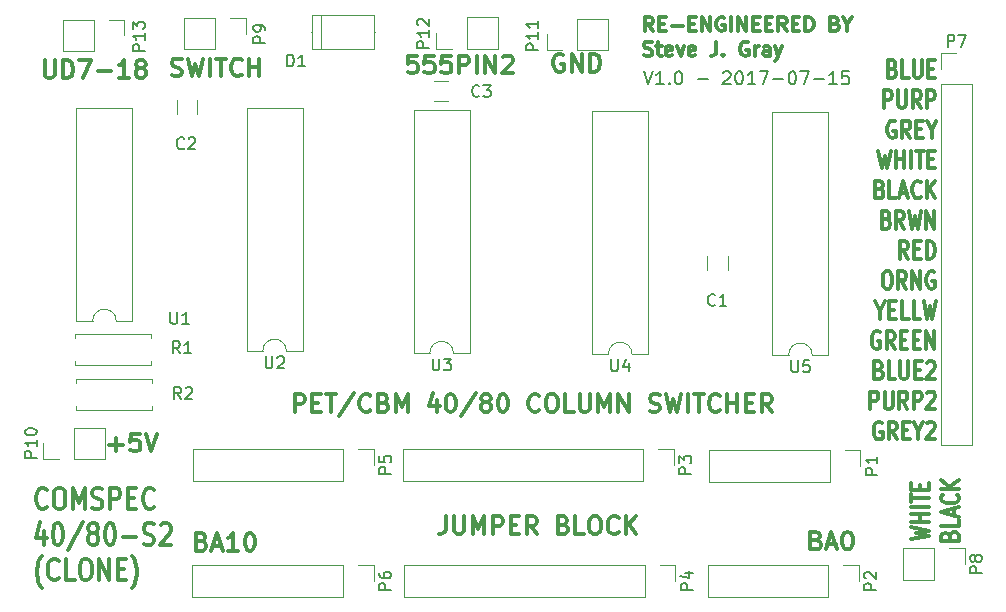
<source format=gto>
G04 #@! TF.FileFunction,Legend,Top*
%FSLAX46Y46*%
G04 Gerber Fmt 4.6, Leading zero omitted, Abs format (unit mm)*
G04 Created by KiCad (PCBNEW 4.0.4-stable) date 07/15/17 23:55:16*
%MOMM*%
%LPD*%
G01*
G04 APERTURE LIST*
%ADD10C,0.100000*%
%ADD11C,0.300000*%
%ADD12C,0.200000*%
%ADD13C,0.120000*%
%ADD14C,0.150000*%
G04 APERTURE END LIST*
D10*
D11*
X133504229Y-97236743D02*
X134647086Y-97236743D01*
X134075657Y-97808171D02*
X134075657Y-96665314D01*
X136075658Y-96308171D02*
X135361372Y-96308171D01*
X135289943Y-97022457D01*
X135361372Y-96951029D01*
X135504229Y-96879600D01*
X135861372Y-96879600D01*
X136004229Y-96951029D01*
X136075658Y-97022457D01*
X136147086Y-97165314D01*
X136147086Y-97522457D01*
X136075658Y-97665314D01*
X136004229Y-97736743D01*
X135861372Y-97808171D01*
X135504229Y-97808171D01*
X135361372Y-97736743D01*
X135289943Y-97665314D01*
X136575657Y-96308171D02*
X137075657Y-97808171D01*
X137575657Y-96308171D01*
X128033201Y-64710571D02*
X128033201Y-65924857D01*
X128104629Y-66067714D01*
X128176058Y-66139143D01*
X128318915Y-66210571D01*
X128604629Y-66210571D01*
X128747487Y-66139143D01*
X128818915Y-66067714D01*
X128890344Y-65924857D01*
X128890344Y-64710571D01*
X129604630Y-66210571D02*
X129604630Y-64710571D01*
X129961773Y-64710571D01*
X130176058Y-64782000D01*
X130318916Y-64924857D01*
X130390344Y-65067714D01*
X130461773Y-65353429D01*
X130461773Y-65567714D01*
X130390344Y-65853429D01*
X130318916Y-65996286D01*
X130176058Y-66139143D01*
X129961773Y-66210571D01*
X129604630Y-66210571D01*
X130961773Y-64710571D02*
X131961773Y-64710571D01*
X131318916Y-66210571D01*
X132533201Y-65639143D02*
X133676058Y-65639143D01*
X135176058Y-66210571D02*
X134318915Y-66210571D01*
X134747487Y-66210571D02*
X134747487Y-64710571D01*
X134604630Y-64924857D01*
X134461772Y-65067714D01*
X134318915Y-65139143D01*
X136033201Y-65353429D02*
X135890343Y-65282000D01*
X135818915Y-65210571D01*
X135747486Y-65067714D01*
X135747486Y-64996286D01*
X135818915Y-64853429D01*
X135890343Y-64782000D01*
X136033201Y-64710571D01*
X136318915Y-64710571D01*
X136461772Y-64782000D01*
X136533201Y-64853429D01*
X136604629Y-64996286D01*
X136604629Y-65067714D01*
X136533201Y-65210571D01*
X136461772Y-65282000D01*
X136318915Y-65353429D01*
X136033201Y-65353429D01*
X135890343Y-65424857D01*
X135818915Y-65496286D01*
X135747486Y-65639143D01*
X135747486Y-65924857D01*
X135818915Y-66067714D01*
X135890343Y-66139143D01*
X136033201Y-66210571D01*
X136318915Y-66210571D01*
X136461772Y-66139143D01*
X136533201Y-66067714D01*
X136604629Y-65924857D01*
X136604629Y-65639143D01*
X136533201Y-65496286D01*
X136461772Y-65424857D01*
X136318915Y-65353429D01*
X138794800Y-65986743D02*
X139009086Y-66058171D01*
X139366229Y-66058171D01*
X139509086Y-65986743D01*
X139580515Y-65915314D01*
X139651943Y-65772457D01*
X139651943Y-65629600D01*
X139580515Y-65486743D01*
X139509086Y-65415314D01*
X139366229Y-65343886D01*
X139080515Y-65272457D01*
X138937657Y-65201029D01*
X138866229Y-65129600D01*
X138794800Y-64986743D01*
X138794800Y-64843886D01*
X138866229Y-64701029D01*
X138937657Y-64629600D01*
X139080515Y-64558171D01*
X139437657Y-64558171D01*
X139651943Y-64629600D01*
X140151943Y-64558171D02*
X140509086Y-66058171D01*
X140794800Y-64986743D01*
X141080514Y-66058171D01*
X141437657Y-64558171D01*
X142009086Y-66058171D02*
X142009086Y-64558171D01*
X142509086Y-64558171D02*
X143366229Y-64558171D01*
X142937658Y-66058171D02*
X142937658Y-64558171D01*
X144723372Y-65915314D02*
X144651943Y-65986743D01*
X144437657Y-66058171D01*
X144294800Y-66058171D01*
X144080515Y-65986743D01*
X143937657Y-65843886D01*
X143866229Y-65701029D01*
X143794800Y-65415314D01*
X143794800Y-65201029D01*
X143866229Y-64915314D01*
X143937657Y-64772457D01*
X144080515Y-64629600D01*
X144294800Y-64558171D01*
X144437657Y-64558171D01*
X144651943Y-64629600D01*
X144723372Y-64701029D01*
X145366229Y-66058171D02*
X145366229Y-64558171D01*
X145366229Y-65272457D02*
X146223372Y-65272457D01*
X146223372Y-66058171D02*
X146223372Y-64558171D01*
X159541830Y-64304171D02*
X158827544Y-64304171D01*
X158756115Y-65018457D01*
X158827544Y-64947029D01*
X158970401Y-64875600D01*
X159327544Y-64875600D01*
X159470401Y-64947029D01*
X159541830Y-65018457D01*
X159613258Y-65161314D01*
X159613258Y-65518457D01*
X159541830Y-65661314D01*
X159470401Y-65732743D01*
X159327544Y-65804171D01*
X158970401Y-65804171D01*
X158827544Y-65732743D01*
X158756115Y-65661314D01*
X160970401Y-64304171D02*
X160256115Y-64304171D01*
X160184686Y-65018457D01*
X160256115Y-64947029D01*
X160398972Y-64875600D01*
X160756115Y-64875600D01*
X160898972Y-64947029D01*
X160970401Y-65018457D01*
X161041829Y-65161314D01*
X161041829Y-65518457D01*
X160970401Y-65661314D01*
X160898972Y-65732743D01*
X160756115Y-65804171D01*
X160398972Y-65804171D01*
X160256115Y-65732743D01*
X160184686Y-65661314D01*
X162398972Y-64304171D02*
X161684686Y-64304171D01*
X161613257Y-65018457D01*
X161684686Y-64947029D01*
X161827543Y-64875600D01*
X162184686Y-64875600D01*
X162327543Y-64947029D01*
X162398972Y-65018457D01*
X162470400Y-65161314D01*
X162470400Y-65518457D01*
X162398972Y-65661314D01*
X162327543Y-65732743D01*
X162184686Y-65804171D01*
X161827543Y-65804171D01*
X161684686Y-65732743D01*
X161613257Y-65661314D01*
X163113257Y-65804171D02*
X163113257Y-64304171D01*
X163684685Y-64304171D01*
X163827543Y-64375600D01*
X163898971Y-64447029D01*
X163970400Y-64589886D01*
X163970400Y-64804171D01*
X163898971Y-64947029D01*
X163827543Y-65018457D01*
X163684685Y-65089886D01*
X163113257Y-65089886D01*
X164613257Y-65804171D02*
X164613257Y-64304171D01*
X165327543Y-65804171D02*
X165327543Y-64304171D01*
X166184686Y-65804171D01*
X166184686Y-64304171D01*
X166827543Y-64447029D02*
X166898972Y-64375600D01*
X167041829Y-64304171D01*
X167398972Y-64304171D01*
X167541829Y-64375600D01*
X167613258Y-64447029D01*
X167684686Y-64589886D01*
X167684686Y-64732743D01*
X167613258Y-64947029D01*
X166756115Y-65804171D01*
X167684686Y-65804171D01*
X171932743Y-64223200D02*
X171789886Y-64151771D01*
X171575600Y-64151771D01*
X171361315Y-64223200D01*
X171218457Y-64366057D01*
X171147029Y-64508914D01*
X171075600Y-64794629D01*
X171075600Y-65008914D01*
X171147029Y-65294629D01*
X171218457Y-65437486D01*
X171361315Y-65580343D01*
X171575600Y-65651771D01*
X171718457Y-65651771D01*
X171932743Y-65580343D01*
X172004172Y-65508914D01*
X172004172Y-65008914D01*
X171718457Y-65008914D01*
X172647029Y-65651771D02*
X172647029Y-64151771D01*
X173504172Y-65651771D01*
X173504172Y-64151771D01*
X174218458Y-65651771D02*
X174218458Y-64151771D01*
X174575601Y-64151771D01*
X174789886Y-64223200D01*
X174932744Y-64366057D01*
X175004172Y-64508914D01*
X175075601Y-64794629D01*
X175075601Y-65008914D01*
X175004172Y-65294629D01*
X174932744Y-65437486D01*
X174789886Y-65580343D01*
X174575601Y-65651771D01*
X174218458Y-65651771D01*
X193364801Y-105328257D02*
X193579087Y-105399686D01*
X193650515Y-105471114D01*
X193721944Y-105613971D01*
X193721944Y-105828257D01*
X193650515Y-105971114D01*
X193579087Y-106042543D01*
X193436229Y-106113971D01*
X192864801Y-106113971D01*
X192864801Y-104613971D01*
X193364801Y-104613971D01*
X193507658Y-104685400D01*
X193579087Y-104756829D01*
X193650515Y-104899686D01*
X193650515Y-105042543D01*
X193579087Y-105185400D01*
X193507658Y-105256829D01*
X193364801Y-105328257D01*
X192864801Y-105328257D01*
X194293372Y-105685400D02*
X195007658Y-105685400D01*
X194150515Y-106113971D02*
X194650515Y-104613971D01*
X195150515Y-106113971D01*
X195936229Y-104613971D02*
X196079086Y-104613971D01*
X196221943Y-104685400D01*
X196293372Y-104756829D01*
X196364801Y-104899686D01*
X196436229Y-105185400D01*
X196436229Y-105542543D01*
X196364801Y-105828257D01*
X196293372Y-105971114D01*
X196221943Y-106042543D01*
X196079086Y-106113971D01*
X195936229Y-106113971D01*
X195793372Y-106042543D01*
X195721943Y-105971114D01*
X195650515Y-105828257D01*
X195579086Y-105542543D01*
X195579086Y-105185400D01*
X195650515Y-104899686D01*
X195721943Y-104756829D01*
X195793372Y-104685400D01*
X195936229Y-104613971D01*
X141342515Y-105429857D02*
X141556801Y-105501286D01*
X141628229Y-105572714D01*
X141699658Y-105715571D01*
X141699658Y-105929857D01*
X141628229Y-106072714D01*
X141556801Y-106144143D01*
X141413943Y-106215571D01*
X140842515Y-106215571D01*
X140842515Y-104715571D01*
X141342515Y-104715571D01*
X141485372Y-104787000D01*
X141556801Y-104858429D01*
X141628229Y-105001286D01*
X141628229Y-105144143D01*
X141556801Y-105287000D01*
X141485372Y-105358429D01*
X141342515Y-105429857D01*
X140842515Y-105429857D01*
X142271086Y-105787000D02*
X142985372Y-105787000D01*
X142128229Y-106215571D02*
X142628229Y-104715571D01*
X143128229Y-106215571D01*
X144413943Y-106215571D02*
X143556800Y-106215571D01*
X143985372Y-106215571D02*
X143985372Y-104715571D01*
X143842515Y-104929857D01*
X143699657Y-105072714D01*
X143556800Y-105144143D01*
X145342514Y-104715571D02*
X145485371Y-104715571D01*
X145628228Y-104787000D01*
X145699657Y-104858429D01*
X145771086Y-105001286D01*
X145842514Y-105287000D01*
X145842514Y-105644143D01*
X145771086Y-105929857D01*
X145699657Y-106072714D01*
X145628228Y-106144143D01*
X145485371Y-106215571D01*
X145342514Y-106215571D01*
X145199657Y-106144143D01*
X145128228Y-106072714D01*
X145056800Y-105929857D01*
X144985371Y-105644143D01*
X144985371Y-105287000D01*
X145056800Y-105001286D01*
X145128228Y-104858429D01*
X145199657Y-104787000D01*
X145342514Y-104715571D01*
X149188628Y-94480771D02*
X149188628Y-92980771D01*
X149760056Y-92980771D01*
X149902914Y-93052200D01*
X149974342Y-93123629D01*
X150045771Y-93266486D01*
X150045771Y-93480771D01*
X149974342Y-93623629D01*
X149902914Y-93695057D01*
X149760056Y-93766486D01*
X149188628Y-93766486D01*
X150688628Y-93695057D02*
X151188628Y-93695057D01*
X151402914Y-94480771D02*
X150688628Y-94480771D01*
X150688628Y-92980771D01*
X151402914Y-92980771D01*
X151831485Y-92980771D02*
X152688628Y-92980771D01*
X152260057Y-94480771D02*
X152260057Y-92980771D01*
X154260056Y-92909343D02*
X152974342Y-94837914D01*
X155617200Y-94337914D02*
X155545771Y-94409343D01*
X155331485Y-94480771D01*
X155188628Y-94480771D01*
X154974343Y-94409343D01*
X154831485Y-94266486D01*
X154760057Y-94123629D01*
X154688628Y-93837914D01*
X154688628Y-93623629D01*
X154760057Y-93337914D01*
X154831485Y-93195057D01*
X154974343Y-93052200D01*
X155188628Y-92980771D01*
X155331485Y-92980771D01*
X155545771Y-93052200D01*
X155617200Y-93123629D01*
X156760057Y-93695057D02*
X156974343Y-93766486D01*
X157045771Y-93837914D01*
X157117200Y-93980771D01*
X157117200Y-94195057D01*
X157045771Y-94337914D01*
X156974343Y-94409343D01*
X156831485Y-94480771D01*
X156260057Y-94480771D01*
X156260057Y-92980771D01*
X156760057Y-92980771D01*
X156902914Y-93052200D01*
X156974343Y-93123629D01*
X157045771Y-93266486D01*
X157045771Y-93409343D01*
X156974343Y-93552200D01*
X156902914Y-93623629D01*
X156760057Y-93695057D01*
X156260057Y-93695057D01*
X157760057Y-94480771D02*
X157760057Y-92980771D01*
X158260057Y-94052200D01*
X158760057Y-92980771D01*
X158760057Y-94480771D01*
X161260057Y-93480771D02*
X161260057Y-94480771D01*
X160902914Y-92909343D02*
X160545771Y-93980771D01*
X161474343Y-93980771D01*
X162331485Y-92980771D02*
X162474342Y-92980771D01*
X162617199Y-93052200D01*
X162688628Y-93123629D01*
X162760057Y-93266486D01*
X162831485Y-93552200D01*
X162831485Y-93909343D01*
X162760057Y-94195057D01*
X162688628Y-94337914D01*
X162617199Y-94409343D01*
X162474342Y-94480771D01*
X162331485Y-94480771D01*
X162188628Y-94409343D01*
X162117199Y-94337914D01*
X162045771Y-94195057D01*
X161974342Y-93909343D01*
X161974342Y-93552200D01*
X162045771Y-93266486D01*
X162117199Y-93123629D01*
X162188628Y-93052200D01*
X162331485Y-92980771D01*
X164545770Y-92909343D02*
X163260056Y-94837914D01*
X165260057Y-93623629D02*
X165117199Y-93552200D01*
X165045771Y-93480771D01*
X164974342Y-93337914D01*
X164974342Y-93266486D01*
X165045771Y-93123629D01*
X165117199Y-93052200D01*
X165260057Y-92980771D01*
X165545771Y-92980771D01*
X165688628Y-93052200D01*
X165760057Y-93123629D01*
X165831485Y-93266486D01*
X165831485Y-93337914D01*
X165760057Y-93480771D01*
X165688628Y-93552200D01*
X165545771Y-93623629D01*
X165260057Y-93623629D01*
X165117199Y-93695057D01*
X165045771Y-93766486D01*
X164974342Y-93909343D01*
X164974342Y-94195057D01*
X165045771Y-94337914D01*
X165117199Y-94409343D01*
X165260057Y-94480771D01*
X165545771Y-94480771D01*
X165688628Y-94409343D01*
X165760057Y-94337914D01*
X165831485Y-94195057D01*
X165831485Y-93909343D01*
X165760057Y-93766486D01*
X165688628Y-93695057D01*
X165545771Y-93623629D01*
X166760056Y-92980771D02*
X166902913Y-92980771D01*
X167045770Y-93052200D01*
X167117199Y-93123629D01*
X167188628Y-93266486D01*
X167260056Y-93552200D01*
X167260056Y-93909343D01*
X167188628Y-94195057D01*
X167117199Y-94337914D01*
X167045770Y-94409343D01*
X166902913Y-94480771D01*
X166760056Y-94480771D01*
X166617199Y-94409343D01*
X166545770Y-94337914D01*
X166474342Y-94195057D01*
X166402913Y-93909343D01*
X166402913Y-93552200D01*
X166474342Y-93266486D01*
X166545770Y-93123629D01*
X166617199Y-93052200D01*
X166760056Y-92980771D01*
X169902913Y-94337914D02*
X169831484Y-94409343D01*
X169617198Y-94480771D01*
X169474341Y-94480771D01*
X169260056Y-94409343D01*
X169117198Y-94266486D01*
X169045770Y-94123629D01*
X168974341Y-93837914D01*
X168974341Y-93623629D01*
X169045770Y-93337914D01*
X169117198Y-93195057D01*
X169260056Y-93052200D01*
X169474341Y-92980771D01*
X169617198Y-92980771D01*
X169831484Y-93052200D01*
X169902913Y-93123629D01*
X170831484Y-92980771D02*
X171117198Y-92980771D01*
X171260056Y-93052200D01*
X171402913Y-93195057D01*
X171474341Y-93480771D01*
X171474341Y-93980771D01*
X171402913Y-94266486D01*
X171260056Y-94409343D01*
X171117198Y-94480771D01*
X170831484Y-94480771D01*
X170688627Y-94409343D01*
X170545770Y-94266486D01*
X170474341Y-93980771D01*
X170474341Y-93480771D01*
X170545770Y-93195057D01*
X170688627Y-93052200D01*
X170831484Y-92980771D01*
X172831485Y-94480771D02*
X172117199Y-94480771D01*
X172117199Y-92980771D01*
X173331485Y-92980771D02*
X173331485Y-94195057D01*
X173402913Y-94337914D01*
X173474342Y-94409343D01*
X173617199Y-94480771D01*
X173902913Y-94480771D01*
X174045771Y-94409343D01*
X174117199Y-94337914D01*
X174188628Y-94195057D01*
X174188628Y-92980771D01*
X174902914Y-94480771D02*
X174902914Y-92980771D01*
X175402914Y-94052200D01*
X175902914Y-92980771D01*
X175902914Y-94480771D01*
X176617200Y-94480771D02*
X176617200Y-92980771D01*
X177474343Y-94480771D01*
X177474343Y-92980771D01*
X179260057Y-94409343D02*
X179474343Y-94480771D01*
X179831486Y-94480771D01*
X179974343Y-94409343D01*
X180045772Y-94337914D01*
X180117200Y-94195057D01*
X180117200Y-94052200D01*
X180045772Y-93909343D01*
X179974343Y-93837914D01*
X179831486Y-93766486D01*
X179545772Y-93695057D01*
X179402914Y-93623629D01*
X179331486Y-93552200D01*
X179260057Y-93409343D01*
X179260057Y-93266486D01*
X179331486Y-93123629D01*
X179402914Y-93052200D01*
X179545772Y-92980771D01*
X179902914Y-92980771D01*
X180117200Y-93052200D01*
X180617200Y-92980771D02*
X180974343Y-94480771D01*
X181260057Y-93409343D01*
X181545771Y-94480771D01*
X181902914Y-92980771D01*
X182474343Y-94480771D02*
X182474343Y-92980771D01*
X182974343Y-92980771D02*
X183831486Y-92980771D01*
X183402915Y-94480771D02*
X183402915Y-92980771D01*
X185188629Y-94337914D02*
X185117200Y-94409343D01*
X184902914Y-94480771D01*
X184760057Y-94480771D01*
X184545772Y-94409343D01*
X184402914Y-94266486D01*
X184331486Y-94123629D01*
X184260057Y-93837914D01*
X184260057Y-93623629D01*
X184331486Y-93337914D01*
X184402914Y-93195057D01*
X184545772Y-93052200D01*
X184760057Y-92980771D01*
X184902914Y-92980771D01*
X185117200Y-93052200D01*
X185188629Y-93123629D01*
X185831486Y-94480771D02*
X185831486Y-92980771D01*
X185831486Y-93695057D02*
X186688629Y-93695057D01*
X186688629Y-94480771D02*
X186688629Y-92980771D01*
X187402915Y-93695057D02*
X187902915Y-93695057D01*
X188117201Y-94480771D02*
X187402915Y-94480771D01*
X187402915Y-92980771D01*
X188117201Y-92980771D01*
X189617201Y-94480771D02*
X189117201Y-93766486D01*
X188760058Y-94480771D02*
X188760058Y-92980771D01*
X189331486Y-92980771D01*
X189474344Y-93052200D01*
X189545772Y-93123629D01*
X189617201Y-93266486D01*
X189617201Y-93480771D01*
X189545772Y-93623629D01*
X189474344Y-93695057D01*
X189331486Y-93766486D01*
X188760058Y-93766486D01*
D12*
X178768362Y-65640819D02*
X179135029Y-66740819D01*
X179501695Y-65640819D01*
X180444552Y-66740819D02*
X179815981Y-66740819D01*
X180130267Y-66740819D02*
X180130267Y-65640819D01*
X180025505Y-65797962D01*
X179920743Y-65902724D01*
X179815981Y-65955105D01*
X180915981Y-66636057D02*
X180968362Y-66688438D01*
X180915981Y-66740819D01*
X180863600Y-66688438D01*
X180915981Y-66636057D01*
X180915981Y-66740819D01*
X181649315Y-65640819D02*
X181754076Y-65640819D01*
X181858838Y-65693200D01*
X181911219Y-65745581D01*
X181963600Y-65850343D01*
X182015981Y-66059867D01*
X182015981Y-66321771D01*
X181963600Y-66531295D01*
X181911219Y-66636057D01*
X181858838Y-66688438D01*
X181754076Y-66740819D01*
X181649315Y-66740819D01*
X181544553Y-66688438D01*
X181492172Y-66636057D01*
X181439791Y-66531295D01*
X181387410Y-66321771D01*
X181387410Y-66059867D01*
X181439791Y-65850343D01*
X181492172Y-65745581D01*
X181544553Y-65693200D01*
X181649315Y-65640819D01*
X183325505Y-66321771D02*
X184163600Y-66321771D01*
X185473124Y-65745581D02*
X185525505Y-65693200D01*
X185630267Y-65640819D01*
X185892171Y-65640819D01*
X185996933Y-65693200D01*
X186049314Y-65745581D01*
X186101695Y-65850343D01*
X186101695Y-65955105D01*
X186049314Y-66112248D01*
X185420743Y-66740819D01*
X186101695Y-66740819D01*
X186782648Y-65640819D02*
X186887409Y-65640819D01*
X186992171Y-65693200D01*
X187044552Y-65745581D01*
X187096933Y-65850343D01*
X187149314Y-66059867D01*
X187149314Y-66321771D01*
X187096933Y-66531295D01*
X187044552Y-66636057D01*
X186992171Y-66688438D01*
X186887409Y-66740819D01*
X186782648Y-66740819D01*
X186677886Y-66688438D01*
X186625505Y-66636057D01*
X186573124Y-66531295D01*
X186520743Y-66321771D01*
X186520743Y-66059867D01*
X186573124Y-65850343D01*
X186625505Y-65745581D01*
X186677886Y-65693200D01*
X186782648Y-65640819D01*
X188196933Y-66740819D02*
X187568362Y-66740819D01*
X187882648Y-66740819D02*
X187882648Y-65640819D01*
X187777886Y-65797962D01*
X187673124Y-65902724D01*
X187568362Y-65955105D01*
X188563600Y-65640819D02*
X189296933Y-65640819D01*
X188825505Y-66740819D01*
X189715981Y-66321771D02*
X190554076Y-66321771D01*
X191287410Y-65640819D02*
X191392171Y-65640819D01*
X191496933Y-65693200D01*
X191549314Y-65745581D01*
X191601695Y-65850343D01*
X191654076Y-66059867D01*
X191654076Y-66321771D01*
X191601695Y-66531295D01*
X191549314Y-66636057D01*
X191496933Y-66688438D01*
X191392171Y-66740819D01*
X191287410Y-66740819D01*
X191182648Y-66688438D01*
X191130267Y-66636057D01*
X191077886Y-66531295D01*
X191025505Y-66321771D01*
X191025505Y-66059867D01*
X191077886Y-65850343D01*
X191130267Y-65745581D01*
X191182648Y-65693200D01*
X191287410Y-65640819D01*
X192020743Y-65640819D02*
X192754076Y-65640819D01*
X192282648Y-66740819D01*
X193173124Y-66321771D02*
X194011219Y-66321771D01*
X195111219Y-66740819D02*
X194482648Y-66740819D01*
X194796934Y-66740819D02*
X194796934Y-65640819D01*
X194692172Y-65797962D01*
X194587410Y-65902724D01*
X194482648Y-65955105D01*
X196106457Y-65640819D02*
X195582648Y-65640819D01*
X195530267Y-66164629D01*
X195582648Y-66112248D01*
X195687410Y-66059867D01*
X195949314Y-66059867D01*
X196054076Y-66112248D01*
X196106457Y-66164629D01*
X196158838Y-66269390D01*
X196158838Y-66531295D01*
X196106457Y-66636057D01*
X196054076Y-66688438D01*
X195949314Y-66740819D01*
X195687410Y-66740819D01*
X195582648Y-66688438D01*
X195530267Y-66636057D01*
D11*
X161977571Y-103318571D02*
X161977571Y-104390000D01*
X161906143Y-104604286D01*
X161763286Y-104747143D01*
X161549000Y-104818571D01*
X161406143Y-104818571D01*
X162691857Y-103318571D02*
X162691857Y-104532857D01*
X162763285Y-104675714D01*
X162834714Y-104747143D01*
X162977571Y-104818571D01*
X163263285Y-104818571D01*
X163406143Y-104747143D01*
X163477571Y-104675714D01*
X163549000Y-104532857D01*
X163549000Y-103318571D01*
X164263286Y-104818571D02*
X164263286Y-103318571D01*
X164763286Y-104390000D01*
X165263286Y-103318571D01*
X165263286Y-104818571D01*
X165977572Y-104818571D02*
X165977572Y-103318571D01*
X166549000Y-103318571D01*
X166691858Y-103390000D01*
X166763286Y-103461429D01*
X166834715Y-103604286D01*
X166834715Y-103818571D01*
X166763286Y-103961429D01*
X166691858Y-104032857D01*
X166549000Y-104104286D01*
X165977572Y-104104286D01*
X167477572Y-104032857D02*
X167977572Y-104032857D01*
X168191858Y-104818571D02*
X167477572Y-104818571D01*
X167477572Y-103318571D01*
X168191858Y-103318571D01*
X169691858Y-104818571D02*
X169191858Y-104104286D01*
X168834715Y-104818571D02*
X168834715Y-103318571D01*
X169406143Y-103318571D01*
X169549001Y-103390000D01*
X169620429Y-103461429D01*
X169691858Y-103604286D01*
X169691858Y-103818571D01*
X169620429Y-103961429D01*
X169549001Y-104032857D01*
X169406143Y-104104286D01*
X168834715Y-104104286D01*
X171977572Y-104032857D02*
X172191858Y-104104286D01*
X172263286Y-104175714D01*
X172334715Y-104318571D01*
X172334715Y-104532857D01*
X172263286Y-104675714D01*
X172191858Y-104747143D01*
X172049000Y-104818571D01*
X171477572Y-104818571D01*
X171477572Y-103318571D01*
X171977572Y-103318571D01*
X172120429Y-103390000D01*
X172191858Y-103461429D01*
X172263286Y-103604286D01*
X172263286Y-103747143D01*
X172191858Y-103890000D01*
X172120429Y-103961429D01*
X171977572Y-104032857D01*
X171477572Y-104032857D01*
X173691858Y-104818571D02*
X172977572Y-104818571D01*
X172977572Y-103318571D01*
X174477572Y-103318571D02*
X174763286Y-103318571D01*
X174906144Y-103390000D01*
X175049001Y-103532857D01*
X175120429Y-103818571D01*
X175120429Y-104318571D01*
X175049001Y-104604286D01*
X174906144Y-104747143D01*
X174763286Y-104818571D01*
X174477572Y-104818571D01*
X174334715Y-104747143D01*
X174191858Y-104604286D01*
X174120429Y-104318571D01*
X174120429Y-103818571D01*
X174191858Y-103532857D01*
X174334715Y-103390000D01*
X174477572Y-103318571D01*
X176620430Y-104675714D02*
X176549001Y-104747143D01*
X176334715Y-104818571D01*
X176191858Y-104818571D01*
X175977573Y-104747143D01*
X175834715Y-104604286D01*
X175763287Y-104461429D01*
X175691858Y-104175714D01*
X175691858Y-103961429D01*
X175763287Y-103675714D01*
X175834715Y-103532857D01*
X175977573Y-103390000D01*
X176191858Y-103318571D01*
X176334715Y-103318571D01*
X176549001Y-103390000D01*
X176620430Y-103461429D01*
X177263287Y-104818571D02*
X177263287Y-103318571D01*
X178120430Y-104818571D02*
X177477573Y-103961429D01*
X178120430Y-103318571D02*
X177263287Y-104175714D01*
X179533429Y-62230857D02*
X179133429Y-61659429D01*
X178847714Y-62230857D02*
X178847714Y-61030857D01*
X179304857Y-61030857D01*
X179419143Y-61088000D01*
X179476286Y-61145143D01*
X179533429Y-61259429D01*
X179533429Y-61430857D01*
X179476286Y-61545143D01*
X179419143Y-61602286D01*
X179304857Y-61659429D01*
X178847714Y-61659429D01*
X180047714Y-61602286D02*
X180447714Y-61602286D01*
X180619143Y-62230857D02*
X180047714Y-62230857D01*
X180047714Y-61030857D01*
X180619143Y-61030857D01*
X181133428Y-61773714D02*
X182047714Y-61773714D01*
X182619142Y-61602286D02*
X183019142Y-61602286D01*
X183190571Y-62230857D02*
X182619142Y-62230857D01*
X182619142Y-61030857D01*
X183190571Y-61030857D01*
X183704856Y-62230857D02*
X183704856Y-61030857D01*
X184390571Y-62230857D01*
X184390571Y-61030857D01*
X185590571Y-61088000D02*
X185476285Y-61030857D01*
X185304856Y-61030857D01*
X185133428Y-61088000D01*
X185019142Y-61202286D01*
X184961999Y-61316571D01*
X184904856Y-61545143D01*
X184904856Y-61716571D01*
X184961999Y-61945143D01*
X185019142Y-62059429D01*
X185133428Y-62173714D01*
X185304856Y-62230857D01*
X185419142Y-62230857D01*
X185590571Y-62173714D01*
X185647714Y-62116571D01*
X185647714Y-61716571D01*
X185419142Y-61716571D01*
X186161999Y-62230857D02*
X186161999Y-61030857D01*
X186733428Y-62230857D02*
X186733428Y-61030857D01*
X187419143Y-62230857D01*
X187419143Y-61030857D01*
X187990571Y-61602286D02*
X188390571Y-61602286D01*
X188562000Y-62230857D02*
X187990571Y-62230857D01*
X187990571Y-61030857D01*
X188562000Y-61030857D01*
X189076285Y-61602286D02*
X189476285Y-61602286D01*
X189647714Y-62230857D02*
X189076285Y-62230857D01*
X189076285Y-61030857D01*
X189647714Y-61030857D01*
X190847714Y-62230857D02*
X190447714Y-61659429D01*
X190161999Y-62230857D02*
X190161999Y-61030857D01*
X190619142Y-61030857D01*
X190733428Y-61088000D01*
X190790571Y-61145143D01*
X190847714Y-61259429D01*
X190847714Y-61430857D01*
X190790571Y-61545143D01*
X190733428Y-61602286D01*
X190619142Y-61659429D01*
X190161999Y-61659429D01*
X191361999Y-61602286D02*
X191761999Y-61602286D01*
X191933428Y-62230857D02*
X191361999Y-62230857D01*
X191361999Y-61030857D01*
X191933428Y-61030857D01*
X192447713Y-62230857D02*
X192447713Y-61030857D01*
X192733428Y-61030857D01*
X192904856Y-61088000D01*
X193019142Y-61202286D01*
X193076285Y-61316571D01*
X193133428Y-61545143D01*
X193133428Y-61716571D01*
X193076285Y-61945143D01*
X193019142Y-62059429D01*
X192904856Y-62173714D01*
X192733428Y-62230857D01*
X192447713Y-62230857D01*
X194961999Y-61602286D02*
X195133428Y-61659429D01*
X195190571Y-61716571D01*
X195247714Y-61830857D01*
X195247714Y-62002286D01*
X195190571Y-62116571D01*
X195133428Y-62173714D01*
X195019142Y-62230857D01*
X194561999Y-62230857D01*
X194561999Y-61030857D01*
X194961999Y-61030857D01*
X195076285Y-61088000D01*
X195133428Y-61145143D01*
X195190571Y-61259429D01*
X195190571Y-61373714D01*
X195133428Y-61488000D01*
X195076285Y-61545143D01*
X194961999Y-61602286D01*
X194561999Y-61602286D01*
X195990571Y-61659429D02*
X195990571Y-62230857D01*
X195590571Y-61030857D02*
X195990571Y-61659429D01*
X196390571Y-61030857D01*
X178790571Y-64273714D02*
X178962000Y-64330857D01*
X179247714Y-64330857D01*
X179362000Y-64273714D01*
X179419143Y-64216571D01*
X179476286Y-64102286D01*
X179476286Y-63988000D01*
X179419143Y-63873714D01*
X179362000Y-63816571D01*
X179247714Y-63759429D01*
X179019143Y-63702286D01*
X178904857Y-63645143D01*
X178847714Y-63588000D01*
X178790571Y-63473714D01*
X178790571Y-63359429D01*
X178847714Y-63245143D01*
X178904857Y-63188000D01*
X179019143Y-63130857D01*
X179304857Y-63130857D01*
X179476286Y-63188000D01*
X179819143Y-63530857D02*
X180276286Y-63530857D01*
X179990571Y-63130857D02*
X179990571Y-64159429D01*
X180047714Y-64273714D01*
X180162000Y-64330857D01*
X180276286Y-64330857D01*
X181133428Y-64273714D02*
X181019142Y-64330857D01*
X180790571Y-64330857D01*
X180676285Y-64273714D01*
X180619142Y-64159429D01*
X180619142Y-63702286D01*
X180676285Y-63588000D01*
X180790571Y-63530857D01*
X181019142Y-63530857D01*
X181133428Y-63588000D01*
X181190571Y-63702286D01*
X181190571Y-63816571D01*
X180619142Y-63930857D01*
X181590571Y-63530857D02*
X181876285Y-64330857D01*
X182161999Y-63530857D01*
X183076285Y-64273714D02*
X182961999Y-64330857D01*
X182733428Y-64330857D01*
X182619142Y-64273714D01*
X182561999Y-64159429D01*
X182561999Y-63702286D01*
X182619142Y-63588000D01*
X182733428Y-63530857D01*
X182961999Y-63530857D01*
X183076285Y-63588000D01*
X183133428Y-63702286D01*
X183133428Y-63816571D01*
X182561999Y-63930857D01*
X184904856Y-63130857D02*
X184904856Y-63988000D01*
X184847714Y-64159429D01*
X184733428Y-64273714D01*
X184561999Y-64330857D01*
X184447714Y-64330857D01*
X185476285Y-64216571D02*
X185533428Y-64273714D01*
X185476285Y-64330857D01*
X185419142Y-64273714D01*
X185476285Y-64216571D01*
X185476285Y-64330857D01*
X187590572Y-63188000D02*
X187476286Y-63130857D01*
X187304857Y-63130857D01*
X187133429Y-63188000D01*
X187019143Y-63302286D01*
X186962000Y-63416571D01*
X186904857Y-63645143D01*
X186904857Y-63816571D01*
X186962000Y-64045143D01*
X187019143Y-64159429D01*
X187133429Y-64273714D01*
X187304857Y-64330857D01*
X187419143Y-64330857D01*
X187590572Y-64273714D01*
X187647715Y-64216571D01*
X187647715Y-63816571D01*
X187419143Y-63816571D01*
X188162000Y-64330857D02*
X188162000Y-63530857D01*
X188162000Y-63759429D02*
X188219143Y-63645143D01*
X188276286Y-63588000D01*
X188390572Y-63530857D01*
X188504857Y-63530857D01*
X189419143Y-64330857D02*
X189419143Y-63702286D01*
X189362000Y-63588000D01*
X189247714Y-63530857D01*
X189019143Y-63530857D01*
X188904857Y-63588000D01*
X189419143Y-64273714D02*
X189304857Y-64330857D01*
X189019143Y-64330857D01*
X188904857Y-64273714D01*
X188847714Y-64159429D01*
X188847714Y-64045143D01*
X188904857Y-63930857D01*
X189019143Y-63873714D01*
X189304857Y-63873714D01*
X189419143Y-63816571D01*
X189876286Y-63530857D02*
X190162000Y-64330857D01*
X190447714Y-63530857D02*
X190162000Y-64330857D01*
X190047714Y-64616571D01*
X189990571Y-64673714D01*
X189876286Y-64730857D01*
X201408371Y-105273171D02*
X202908371Y-104987457D01*
X201836943Y-104758886D01*
X202908371Y-104530314D01*
X201408371Y-104244600D01*
X202908371Y-103787457D02*
X201408371Y-103787457D01*
X202122657Y-103787457D02*
X202122657Y-103101742D01*
X202908371Y-103101742D02*
X201408371Y-103101742D01*
X202908371Y-102530314D02*
X201408371Y-102530314D01*
X201408371Y-102130313D02*
X201408371Y-101444599D01*
X202908371Y-101787456D02*
X201408371Y-101787456D01*
X202122657Y-101044599D02*
X202122657Y-100644599D01*
X202908371Y-100473170D02*
X202908371Y-101044599D01*
X201408371Y-101044599D01*
X201408371Y-100473170D01*
X204672657Y-104958886D02*
X204744086Y-104787457D01*
X204815514Y-104730314D01*
X204958371Y-104673171D01*
X205172657Y-104673171D01*
X205315514Y-104730314D01*
X205386943Y-104787457D01*
X205458371Y-104901743D01*
X205458371Y-105358886D01*
X203958371Y-105358886D01*
X203958371Y-104958886D01*
X204029800Y-104844600D01*
X204101229Y-104787457D01*
X204244086Y-104730314D01*
X204386943Y-104730314D01*
X204529800Y-104787457D01*
X204601229Y-104844600D01*
X204672657Y-104958886D01*
X204672657Y-105358886D01*
X205458371Y-103587457D02*
X205458371Y-104158886D01*
X203958371Y-104158886D01*
X205029800Y-103244600D02*
X205029800Y-102673171D01*
X205458371Y-103358885D02*
X203958371Y-102958885D01*
X205458371Y-102558885D01*
X205315514Y-101473171D02*
X205386943Y-101530314D01*
X205458371Y-101701743D01*
X205458371Y-101816029D01*
X205386943Y-101987457D01*
X205244086Y-102101743D01*
X205101229Y-102158886D01*
X204815514Y-102216029D01*
X204601229Y-102216029D01*
X204315514Y-102158886D01*
X204172657Y-102101743D01*
X204029800Y-101987457D01*
X203958371Y-101816029D01*
X203958371Y-101701743D01*
X204029800Y-101530314D01*
X204101229Y-101473171D01*
X205458371Y-100958886D02*
X203958371Y-100958886D01*
X205458371Y-100273171D02*
X204601229Y-100787457D01*
X203958371Y-100273171D02*
X204815514Y-100958886D01*
X199828628Y-65415657D02*
X200000057Y-65487086D01*
X200057200Y-65558514D01*
X200114343Y-65701371D01*
X200114343Y-65915657D01*
X200057200Y-66058514D01*
X200000057Y-66129943D01*
X199885771Y-66201371D01*
X199428628Y-66201371D01*
X199428628Y-64701371D01*
X199828628Y-64701371D01*
X199942914Y-64772800D01*
X200000057Y-64844229D01*
X200057200Y-64987086D01*
X200057200Y-65129943D01*
X200000057Y-65272800D01*
X199942914Y-65344229D01*
X199828628Y-65415657D01*
X199428628Y-65415657D01*
X201200057Y-66201371D02*
X200628628Y-66201371D01*
X200628628Y-64701371D01*
X201600057Y-64701371D02*
X201600057Y-65915657D01*
X201657200Y-66058514D01*
X201714343Y-66129943D01*
X201828629Y-66201371D01*
X202057200Y-66201371D01*
X202171486Y-66129943D01*
X202228629Y-66058514D01*
X202285772Y-65915657D01*
X202285772Y-64701371D01*
X202857200Y-65415657D02*
X203257200Y-65415657D01*
X203428629Y-66201371D02*
X202857200Y-66201371D01*
X202857200Y-64701371D01*
X203428629Y-64701371D01*
X199085771Y-68751371D02*
X199085771Y-67251371D01*
X199542914Y-67251371D01*
X199657200Y-67322800D01*
X199714343Y-67394229D01*
X199771486Y-67537086D01*
X199771486Y-67751371D01*
X199714343Y-67894229D01*
X199657200Y-67965657D01*
X199542914Y-68037086D01*
X199085771Y-68037086D01*
X200285771Y-67251371D02*
X200285771Y-68465657D01*
X200342914Y-68608514D01*
X200400057Y-68679943D01*
X200514343Y-68751371D01*
X200742914Y-68751371D01*
X200857200Y-68679943D01*
X200914343Y-68608514D01*
X200971486Y-68465657D01*
X200971486Y-67251371D01*
X202228629Y-68751371D02*
X201828629Y-68037086D01*
X201542914Y-68751371D02*
X201542914Y-67251371D01*
X202000057Y-67251371D01*
X202114343Y-67322800D01*
X202171486Y-67394229D01*
X202228629Y-67537086D01*
X202228629Y-67751371D01*
X202171486Y-67894229D01*
X202114343Y-67965657D01*
X202000057Y-68037086D01*
X201542914Y-68037086D01*
X202742914Y-68751371D02*
X202742914Y-67251371D01*
X203200057Y-67251371D01*
X203314343Y-67322800D01*
X203371486Y-67394229D01*
X203428629Y-67537086D01*
X203428629Y-67751371D01*
X203371486Y-67894229D01*
X203314343Y-67965657D01*
X203200057Y-68037086D01*
X202742914Y-68037086D01*
X200057201Y-69872800D02*
X199942915Y-69801371D01*
X199771486Y-69801371D01*
X199600058Y-69872800D01*
X199485772Y-70015657D01*
X199428629Y-70158514D01*
X199371486Y-70444229D01*
X199371486Y-70658514D01*
X199428629Y-70944229D01*
X199485772Y-71087086D01*
X199600058Y-71229943D01*
X199771486Y-71301371D01*
X199885772Y-71301371D01*
X200057201Y-71229943D01*
X200114344Y-71158514D01*
X200114344Y-70658514D01*
X199885772Y-70658514D01*
X201314344Y-71301371D02*
X200914344Y-70587086D01*
X200628629Y-71301371D02*
X200628629Y-69801371D01*
X201085772Y-69801371D01*
X201200058Y-69872800D01*
X201257201Y-69944229D01*
X201314344Y-70087086D01*
X201314344Y-70301371D01*
X201257201Y-70444229D01*
X201200058Y-70515657D01*
X201085772Y-70587086D01*
X200628629Y-70587086D01*
X201828629Y-70515657D02*
X202228629Y-70515657D01*
X202400058Y-71301371D02*
X201828629Y-71301371D01*
X201828629Y-69801371D01*
X202400058Y-69801371D01*
X203142915Y-70587086D02*
X203142915Y-71301371D01*
X202742915Y-69801371D02*
X203142915Y-70587086D01*
X203542915Y-69801371D01*
X198628628Y-72351371D02*
X198914342Y-73851371D01*
X199142913Y-72779943D01*
X199371485Y-73851371D01*
X199657199Y-72351371D01*
X200114342Y-73851371D02*
X200114342Y-72351371D01*
X200114342Y-73065657D02*
X200800057Y-73065657D01*
X200800057Y-73851371D02*
X200800057Y-72351371D01*
X201371485Y-73851371D02*
X201371485Y-72351371D01*
X201771486Y-72351371D02*
X202457200Y-72351371D01*
X202114343Y-73851371D02*
X202114343Y-72351371D01*
X202857200Y-73065657D02*
X203257200Y-73065657D01*
X203428629Y-73851371D02*
X202857200Y-73851371D01*
X202857200Y-72351371D01*
X203428629Y-72351371D01*
X198742914Y-75615657D02*
X198914343Y-75687086D01*
X198971486Y-75758514D01*
X199028629Y-75901371D01*
X199028629Y-76115657D01*
X198971486Y-76258514D01*
X198914343Y-76329943D01*
X198800057Y-76401371D01*
X198342914Y-76401371D01*
X198342914Y-74901371D01*
X198742914Y-74901371D01*
X198857200Y-74972800D01*
X198914343Y-75044229D01*
X198971486Y-75187086D01*
X198971486Y-75329943D01*
X198914343Y-75472800D01*
X198857200Y-75544229D01*
X198742914Y-75615657D01*
X198342914Y-75615657D01*
X200114343Y-76401371D02*
X199542914Y-76401371D01*
X199542914Y-74901371D01*
X200457200Y-75972800D02*
X201028629Y-75972800D01*
X200342915Y-76401371D02*
X200742915Y-74901371D01*
X201142915Y-76401371D01*
X202228629Y-76258514D02*
X202171486Y-76329943D01*
X202000057Y-76401371D01*
X201885771Y-76401371D01*
X201714343Y-76329943D01*
X201600057Y-76187086D01*
X201542914Y-76044229D01*
X201485771Y-75758514D01*
X201485771Y-75544229D01*
X201542914Y-75258514D01*
X201600057Y-75115657D01*
X201714343Y-74972800D01*
X201885771Y-74901371D01*
X202000057Y-74901371D01*
X202171486Y-74972800D01*
X202228629Y-75044229D01*
X202742914Y-76401371D02*
X202742914Y-74901371D01*
X203428629Y-76401371D02*
X202914343Y-75544229D01*
X203428629Y-74901371D02*
X202742914Y-75758514D01*
X199314342Y-78165657D02*
X199485771Y-78237086D01*
X199542914Y-78308514D01*
X199600057Y-78451371D01*
X199600057Y-78665657D01*
X199542914Y-78808514D01*
X199485771Y-78879943D01*
X199371485Y-78951371D01*
X198914342Y-78951371D01*
X198914342Y-77451371D01*
X199314342Y-77451371D01*
X199428628Y-77522800D01*
X199485771Y-77594229D01*
X199542914Y-77737086D01*
X199542914Y-77879943D01*
X199485771Y-78022800D01*
X199428628Y-78094229D01*
X199314342Y-78165657D01*
X198914342Y-78165657D01*
X200800057Y-78951371D02*
X200400057Y-78237086D01*
X200114342Y-78951371D02*
X200114342Y-77451371D01*
X200571485Y-77451371D01*
X200685771Y-77522800D01*
X200742914Y-77594229D01*
X200800057Y-77737086D01*
X200800057Y-77951371D01*
X200742914Y-78094229D01*
X200685771Y-78165657D01*
X200571485Y-78237086D01*
X200114342Y-78237086D01*
X201200057Y-77451371D02*
X201485771Y-78951371D01*
X201714342Y-77879943D01*
X201942914Y-78951371D01*
X202228628Y-77451371D01*
X202685771Y-78951371D02*
X202685771Y-77451371D01*
X203371486Y-78951371D01*
X203371486Y-77451371D01*
X201142915Y-81501371D02*
X200742915Y-80787086D01*
X200457200Y-81501371D02*
X200457200Y-80001371D01*
X200914343Y-80001371D01*
X201028629Y-80072800D01*
X201085772Y-80144229D01*
X201142915Y-80287086D01*
X201142915Y-80501371D01*
X201085772Y-80644229D01*
X201028629Y-80715657D01*
X200914343Y-80787086D01*
X200457200Y-80787086D01*
X201657200Y-80715657D02*
X202057200Y-80715657D01*
X202228629Y-81501371D02*
X201657200Y-81501371D01*
X201657200Y-80001371D01*
X202228629Y-80001371D01*
X202742914Y-81501371D02*
X202742914Y-80001371D01*
X203028629Y-80001371D01*
X203200057Y-80072800D01*
X203314343Y-80215657D01*
X203371486Y-80358514D01*
X203428629Y-80644229D01*
X203428629Y-80858514D01*
X203371486Y-81144229D01*
X203314343Y-81287086D01*
X203200057Y-81429943D01*
X203028629Y-81501371D01*
X202742914Y-81501371D01*
X199257200Y-82551371D02*
X199485771Y-82551371D01*
X199600057Y-82622800D01*
X199714343Y-82765657D01*
X199771485Y-83051371D01*
X199771485Y-83551371D01*
X199714343Y-83837086D01*
X199600057Y-83979943D01*
X199485771Y-84051371D01*
X199257200Y-84051371D01*
X199142914Y-83979943D01*
X199028628Y-83837086D01*
X198971485Y-83551371D01*
X198971485Y-83051371D01*
X199028628Y-82765657D01*
X199142914Y-82622800D01*
X199257200Y-82551371D01*
X200971486Y-84051371D02*
X200571486Y-83337086D01*
X200285771Y-84051371D02*
X200285771Y-82551371D01*
X200742914Y-82551371D01*
X200857200Y-82622800D01*
X200914343Y-82694229D01*
X200971486Y-82837086D01*
X200971486Y-83051371D01*
X200914343Y-83194229D01*
X200857200Y-83265657D01*
X200742914Y-83337086D01*
X200285771Y-83337086D01*
X201485771Y-84051371D02*
X201485771Y-82551371D01*
X202171486Y-84051371D01*
X202171486Y-82551371D01*
X203371486Y-82622800D02*
X203257200Y-82551371D01*
X203085771Y-82551371D01*
X202914343Y-82622800D01*
X202800057Y-82765657D01*
X202742914Y-82908514D01*
X202685771Y-83194229D01*
X202685771Y-83408514D01*
X202742914Y-83694229D01*
X202800057Y-83837086D01*
X202914343Y-83979943D01*
X203085771Y-84051371D01*
X203200057Y-84051371D01*
X203371486Y-83979943D01*
X203428629Y-83908514D01*
X203428629Y-83408514D01*
X203200057Y-83408514D01*
X198742914Y-85887086D02*
X198742914Y-86601371D01*
X198342914Y-85101371D02*
X198742914Y-85887086D01*
X199142914Y-85101371D01*
X199542913Y-85815657D02*
X199942913Y-85815657D01*
X200114342Y-86601371D02*
X199542913Y-86601371D01*
X199542913Y-85101371D01*
X200114342Y-85101371D01*
X201200056Y-86601371D02*
X200628627Y-86601371D01*
X200628627Y-85101371D01*
X202171485Y-86601371D02*
X201600056Y-86601371D01*
X201600056Y-85101371D01*
X202457200Y-85101371D02*
X202742914Y-86601371D01*
X202971485Y-85529943D01*
X203200057Y-86601371D01*
X203485771Y-85101371D01*
X198742915Y-87722800D02*
X198628629Y-87651371D01*
X198457200Y-87651371D01*
X198285772Y-87722800D01*
X198171486Y-87865657D01*
X198114343Y-88008514D01*
X198057200Y-88294229D01*
X198057200Y-88508514D01*
X198114343Y-88794229D01*
X198171486Y-88937086D01*
X198285772Y-89079943D01*
X198457200Y-89151371D01*
X198571486Y-89151371D01*
X198742915Y-89079943D01*
X198800058Y-89008514D01*
X198800058Y-88508514D01*
X198571486Y-88508514D01*
X200000058Y-89151371D02*
X199600058Y-88437086D01*
X199314343Y-89151371D02*
X199314343Y-87651371D01*
X199771486Y-87651371D01*
X199885772Y-87722800D01*
X199942915Y-87794229D01*
X200000058Y-87937086D01*
X200000058Y-88151371D01*
X199942915Y-88294229D01*
X199885772Y-88365657D01*
X199771486Y-88437086D01*
X199314343Y-88437086D01*
X200514343Y-88365657D02*
X200914343Y-88365657D01*
X201085772Y-89151371D02*
X200514343Y-89151371D01*
X200514343Y-87651371D01*
X201085772Y-87651371D01*
X201600057Y-88365657D02*
X202000057Y-88365657D01*
X202171486Y-89151371D02*
X201600057Y-89151371D01*
X201600057Y-87651371D01*
X202171486Y-87651371D01*
X202685771Y-89151371D02*
X202685771Y-87651371D01*
X203371486Y-89151371D01*
X203371486Y-87651371D01*
X198685771Y-90915657D02*
X198857200Y-90987086D01*
X198914343Y-91058514D01*
X198971486Y-91201371D01*
X198971486Y-91415657D01*
X198914343Y-91558514D01*
X198857200Y-91629943D01*
X198742914Y-91701371D01*
X198285771Y-91701371D01*
X198285771Y-90201371D01*
X198685771Y-90201371D01*
X198800057Y-90272800D01*
X198857200Y-90344229D01*
X198914343Y-90487086D01*
X198914343Y-90629943D01*
X198857200Y-90772800D01*
X198800057Y-90844229D01*
X198685771Y-90915657D01*
X198285771Y-90915657D01*
X200057200Y-91701371D02*
X199485771Y-91701371D01*
X199485771Y-90201371D01*
X200457200Y-90201371D02*
X200457200Y-91415657D01*
X200514343Y-91558514D01*
X200571486Y-91629943D01*
X200685772Y-91701371D01*
X200914343Y-91701371D01*
X201028629Y-91629943D01*
X201085772Y-91558514D01*
X201142915Y-91415657D01*
X201142915Y-90201371D01*
X201714343Y-90915657D02*
X202114343Y-90915657D01*
X202285772Y-91701371D02*
X201714343Y-91701371D01*
X201714343Y-90201371D01*
X202285772Y-90201371D01*
X202742914Y-90344229D02*
X202800057Y-90272800D01*
X202914343Y-90201371D01*
X203200057Y-90201371D01*
X203314343Y-90272800D01*
X203371486Y-90344229D01*
X203428629Y-90487086D01*
X203428629Y-90629943D01*
X203371486Y-90844229D01*
X202685772Y-91701371D01*
X203428629Y-91701371D01*
X197942914Y-94251371D02*
X197942914Y-92751371D01*
X198400057Y-92751371D01*
X198514343Y-92822800D01*
X198571486Y-92894229D01*
X198628629Y-93037086D01*
X198628629Y-93251371D01*
X198571486Y-93394229D01*
X198514343Y-93465657D01*
X198400057Y-93537086D01*
X197942914Y-93537086D01*
X199142914Y-92751371D02*
X199142914Y-93965657D01*
X199200057Y-94108514D01*
X199257200Y-94179943D01*
X199371486Y-94251371D01*
X199600057Y-94251371D01*
X199714343Y-94179943D01*
X199771486Y-94108514D01*
X199828629Y-93965657D01*
X199828629Y-92751371D01*
X201085772Y-94251371D02*
X200685772Y-93537086D01*
X200400057Y-94251371D02*
X200400057Y-92751371D01*
X200857200Y-92751371D01*
X200971486Y-92822800D01*
X201028629Y-92894229D01*
X201085772Y-93037086D01*
X201085772Y-93251371D01*
X201028629Y-93394229D01*
X200971486Y-93465657D01*
X200857200Y-93537086D01*
X200400057Y-93537086D01*
X201600057Y-94251371D02*
X201600057Y-92751371D01*
X202057200Y-92751371D01*
X202171486Y-92822800D01*
X202228629Y-92894229D01*
X202285772Y-93037086D01*
X202285772Y-93251371D01*
X202228629Y-93394229D01*
X202171486Y-93465657D01*
X202057200Y-93537086D01*
X201600057Y-93537086D01*
X202742914Y-92894229D02*
X202800057Y-92822800D01*
X202914343Y-92751371D01*
X203200057Y-92751371D01*
X203314343Y-92822800D01*
X203371486Y-92894229D01*
X203428629Y-93037086D01*
X203428629Y-93179943D01*
X203371486Y-93394229D01*
X202685772Y-94251371D01*
X203428629Y-94251371D01*
X198914344Y-95372800D02*
X198800058Y-95301371D01*
X198628629Y-95301371D01*
X198457201Y-95372800D01*
X198342915Y-95515657D01*
X198285772Y-95658514D01*
X198228629Y-95944229D01*
X198228629Y-96158514D01*
X198285772Y-96444229D01*
X198342915Y-96587086D01*
X198457201Y-96729943D01*
X198628629Y-96801371D01*
X198742915Y-96801371D01*
X198914344Y-96729943D01*
X198971487Y-96658514D01*
X198971487Y-96158514D01*
X198742915Y-96158514D01*
X200171487Y-96801371D02*
X199771487Y-96087086D01*
X199485772Y-96801371D02*
X199485772Y-95301371D01*
X199942915Y-95301371D01*
X200057201Y-95372800D01*
X200114344Y-95444229D01*
X200171487Y-95587086D01*
X200171487Y-95801371D01*
X200114344Y-95944229D01*
X200057201Y-96015657D01*
X199942915Y-96087086D01*
X199485772Y-96087086D01*
X200685772Y-96015657D02*
X201085772Y-96015657D01*
X201257201Y-96801371D02*
X200685772Y-96801371D01*
X200685772Y-95301371D01*
X201257201Y-95301371D01*
X202000058Y-96087086D02*
X202000058Y-96801371D01*
X201600058Y-95301371D02*
X202000058Y-96087086D01*
X202400058Y-95301371D01*
X202742914Y-95444229D02*
X202800057Y-95372800D01*
X202914343Y-95301371D01*
X203200057Y-95301371D01*
X203314343Y-95372800D01*
X203371486Y-95444229D01*
X203428629Y-95587086D01*
X203428629Y-95729943D01*
X203371486Y-95944229D01*
X202685772Y-96801371D01*
X203428629Y-96801371D01*
X128214286Y-102544857D02*
X128142857Y-102630571D01*
X127928571Y-102716286D01*
X127785714Y-102716286D01*
X127571429Y-102630571D01*
X127428571Y-102459143D01*
X127357143Y-102287714D01*
X127285714Y-101944857D01*
X127285714Y-101687714D01*
X127357143Y-101344857D01*
X127428571Y-101173429D01*
X127571429Y-101002000D01*
X127785714Y-100916286D01*
X127928571Y-100916286D01*
X128142857Y-101002000D01*
X128214286Y-101087714D01*
X129142857Y-100916286D02*
X129428571Y-100916286D01*
X129571429Y-101002000D01*
X129714286Y-101173429D01*
X129785714Y-101516286D01*
X129785714Y-102116286D01*
X129714286Y-102459143D01*
X129571429Y-102630571D01*
X129428571Y-102716286D01*
X129142857Y-102716286D01*
X129000000Y-102630571D01*
X128857143Y-102459143D01*
X128785714Y-102116286D01*
X128785714Y-101516286D01*
X128857143Y-101173429D01*
X129000000Y-101002000D01*
X129142857Y-100916286D01*
X130428572Y-102716286D02*
X130428572Y-100916286D01*
X130928572Y-102202000D01*
X131428572Y-100916286D01*
X131428572Y-102716286D01*
X132071429Y-102630571D02*
X132285715Y-102716286D01*
X132642858Y-102716286D01*
X132785715Y-102630571D01*
X132857144Y-102544857D01*
X132928572Y-102373429D01*
X132928572Y-102202000D01*
X132857144Y-102030571D01*
X132785715Y-101944857D01*
X132642858Y-101859143D01*
X132357144Y-101773429D01*
X132214286Y-101687714D01*
X132142858Y-101602000D01*
X132071429Y-101430571D01*
X132071429Y-101259143D01*
X132142858Y-101087714D01*
X132214286Y-101002000D01*
X132357144Y-100916286D01*
X132714286Y-100916286D01*
X132928572Y-101002000D01*
X133571429Y-102716286D02*
X133571429Y-100916286D01*
X134142857Y-100916286D01*
X134285715Y-101002000D01*
X134357143Y-101087714D01*
X134428572Y-101259143D01*
X134428572Y-101516286D01*
X134357143Y-101687714D01*
X134285715Y-101773429D01*
X134142857Y-101859143D01*
X133571429Y-101859143D01*
X135071429Y-101773429D02*
X135571429Y-101773429D01*
X135785715Y-102716286D02*
X135071429Y-102716286D01*
X135071429Y-100916286D01*
X135785715Y-100916286D01*
X137285715Y-102544857D02*
X137214286Y-102630571D01*
X137000000Y-102716286D01*
X136857143Y-102716286D01*
X136642858Y-102630571D01*
X136500000Y-102459143D01*
X136428572Y-102287714D01*
X136357143Y-101944857D01*
X136357143Y-101687714D01*
X136428572Y-101344857D01*
X136500000Y-101173429D01*
X136642858Y-101002000D01*
X136857143Y-100916286D01*
X137000000Y-100916286D01*
X137214286Y-101002000D01*
X137285715Y-101087714D01*
X128000000Y-104516286D02*
X128000000Y-105716286D01*
X127642857Y-103830571D02*
X127285714Y-105116286D01*
X128214286Y-105116286D01*
X129071428Y-103916286D02*
X129214285Y-103916286D01*
X129357142Y-104002000D01*
X129428571Y-104087714D01*
X129500000Y-104259143D01*
X129571428Y-104602000D01*
X129571428Y-105030571D01*
X129500000Y-105373429D01*
X129428571Y-105544857D01*
X129357142Y-105630571D01*
X129214285Y-105716286D01*
X129071428Y-105716286D01*
X128928571Y-105630571D01*
X128857142Y-105544857D01*
X128785714Y-105373429D01*
X128714285Y-105030571D01*
X128714285Y-104602000D01*
X128785714Y-104259143D01*
X128857142Y-104087714D01*
X128928571Y-104002000D01*
X129071428Y-103916286D01*
X131285713Y-103830571D02*
X129999999Y-106144857D01*
X132000000Y-104687714D02*
X131857142Y-104602000D01*
X131785714Y-104516286D01*
X131714285Y-104344857D01*
X131714285Y-104259143D01*
X131785714Y-104087714D01*
X131857142Y-104002000D01*
X132000000Y-103916286D01*
X132285714Y-103916286D01*
X132428571Y-104002000D01*
X132500000Y-104087714D01*
X132571428Y-104259143D01*
X132571428Y-104344857D01*
X132500000Y-104516286D01*
X132428571Y-104602000D01*
X132285714Y-104687714D01*
X132000000Y-104687714D01*
X131857142Y-104773429D01*
X131785714Y-104859143D01*
X131714285Y-105030571D01*
X131714285Y-105373429D01*
X131785714Y-105544857D01*
X131857142Y-105630571D01*
X132000000Y-105716286D01*
X132285714Y-105716286D01*
X132428571Y-105630571D01*
X132500000Y-105544857D01*
X132571428Y-105373429D01*
X132571428Y-105030571D01*
X132500000Y-104859143D01*
X132428571Y-104773429D01*
X132285714Y-104687714D01*
X133499999Y-103916286D02*
X133642856Y-103916286D01*
X133785713Y-104002000D01*
X133857142Y-104087714D01*
X133928571Y-104259143D01*
X133999999Y-104602000D01*
X133999999Y-105030571D01*
X133928571Y-105373429D01*
X133857142Y-105544857D01*
X133785713Y-105630571D01*
X133642856Y-105716286D01*
X133499999Y-105716286D01*
X133357142Y-105630571D01*
X133285713Y-105544857D01*
X133214285Y-105373429D01*
X133142856Y-105030571D01*
X133142856Y-104602000D01*
X133214285Y-104259143D01*
X133285713Y-104087714D01*
X133357142Y-104002000D01*
X133499999Y-103916286D01*
X134642856Y-105030571D02*
X135785713Y-105030571D01*
X136428570Y-105630571D02*
X136642856Y-105716286D01*
X136999999Y-105716286D01*
X137142856Y-105630571D01*
X137214285Y-105544857D01*
X137285713Y-105373429D01*
X137285713Y-105202000D01*
X137214285Y-105030571D01*
X137142856Y-104944857D01*
X136999999Y-104859143D01*
X136714285Y-104773429D01*
X136571427Y-104687714D01*
X136499999Y-104602000D01*
X136428570Y-104430571D01*
X136428570Y-104259143D01*
X136499999Y-104087714D01*
X136571427Y-104002000D01*
X136714285Y-103916286D01*
X137071427Y-103916286D01*
X137285713Y-104002000D01*
X137857141Y-104087714D02*
X137928570Y-104002000D01*
X138071427Y-103916286D01*
X138428570Y-103916286D01*
X138571427Y-104002000D01*
X138642856Y-104087714D01*
X138714284Y-104259143D01*
X138714284Y-104430571D01*
X138642856Y-104687714D01*
X137785713Y-105716286D01*
X138714284Y-105716286D01*
X127785714Y-109402000D02*
X127714286Y-109316286D01*
X127571429Y-109059143D01*
X127500000Y-108887714D01*
X127428571Y-108630571D01*
X127357143Y-108202000D01*
X127357143Y-107859143D01*
X127428571Y-107430571D01*
X127500000Y-107173429D01*
X127571429Y-107002000D01*
X127714286Y-106744857D01*
X127785714Y-106659143D01*
X129214286Y-108544857D02*
X129142857Y-108630571D01*
X128928571Y-108716286D01*
X128785714Y-108716286D01*
X128571429Y-108630571D01*
X128428571Y-108459143D01*
X128357143Y-108287714D01*
X128285714Y-107944857D01*
X128285714Y-107687714D01*
X128357143Y-107344857D01*
X128428571Y-107173429D01*
X128571429Y-107002000D01*
X128785714Y-106916286D01*
X128928571Y-106916286D01*
X129142857Y-107002000D01*
X129214286Y-107087714D01*
X130571429Y-108716286D02*
X129857143Y-108716286D01*
X129857143Y-106916286D01*
X131357143Y-106916286D02*
X131642857Y-106916286D01*
X131785715Y-107002000D01*
X131928572Y-107173429D01*
X132000000Y-107516286D01*
X132000000Y-108116286D01*
X131928572Y-108459143D01*
X131785715Y-108630571D01*
X131642857Y-108716286D01*
X131357143Y-108716286D01*
X131214286Y-108630571D01*
X131071429Y-108459143D01*
X131000000Y-108116286D01*
X131000000Y-107516286D01*
X131071429Y-107173429D01*
X131214286Y-107002000D01*
X131357143Y-106916286D01*
X132642858Y-108716286D02*
X132642858Y-106916286D01*
X133500001Y-108716286D01*
X133500001Y-106916286D01*
X134214287Y-107773429D02*
X134714287Y-107773429D01*
X134928573Y-108716286D02*
X134214287Y-108716286D01*
X134214287Y-106916286D01*
X134928573Y-106916286D01*
X135428573Y-109402000D02*
X135500001Y-109316286D01*
X135642858Y-109059143D01*
X135714287Y-108887714D01*
X135785716Y-108630571D01*
X135857144Y-108202000D01*
X135857144Y-107859143D01*
X135785716Y-107430571D01*
X135714287Y-107173429D01*
X135642858Y-107002000D01*
X135500001Y-106744857D01*
X135428573Y-106659143D01*
D13*
X184152600Y-82445800D02*
X184152600Y-81271800D01*
X185874600Y-82445800D02*
X185874600Y-81271800D01*
X139245400Y-69237800D02*
X139245400Y-68063800D01*
X140967400Y-69237800D02*
X140967400Y-68063800D01*
X162151000Y-68171000D02*
X160977000Y-68171000D01*
X162151000Y-66449000D02*
X160977000Y-66449000D01*
X150629000Y-60896200D02*
X150629000Y-63716200D01*
X150629000Y-63716200D02*
X155949000Y-63716200D01*
X155949000Y-63716200D02*
X155949000Y-60896200D01*
X155949000Y-60896200D02*
X150629000Y-60896200D01*
X150559000Y-62306200D02*
X150629000Y-62306200D01*
X156019000Y-62306200D02*
X155949000Y-62306200D01*
X151469000Y-60896200D02*
X151469000Y-63716200D01*
X184267800Y-97704600D02*
X184267800Y-100364600D01*
X194487800Y-97704600D02*
X184267800Y-97704600D01*
X194487800Y-100364600D02*
X184267800Y-100364600D01*
X194487800Y-97704600D02*
X194487800Y-100364600D01*
X195757800Y-97704600D02*
X197087800Y-97704600D01*
X197087800Y-97704600D02*
X197087800Y-99034600D01*
X184166200Y-107458200D02*
X184166200Y-110118200D01*
X194386200Y-107458200D02*
X184166200Y-107458200D01*
X194386200Y-110118200D02*
X184166200Y-110118200D01*
X194386200Y-107458200D02*
X194386200Y-110118200D01*
X195656200Y-107458200D02*
X196986200Y-107458200D01*
X196986200Y-107458200D02*
X196986200Y-108788200D01*
X158334400Y-97653800D02*
X158334400Y-100313800D01*
X178714400Y-97653800D02*
X158334400Y-97653800D01*
X178714400Y-100313800D02*
X158334400Y-100313800D01*
X178714400Y-97653800D02*
X178714400Y-100313800D01*
X179984400Y-97653800D02*
X181314400Y-97653800D01*
X181314400Y-97653800D02*
X181314400Y-98983800D01*
X158461400Y-107458200D02*
X158461400Y-110118200D01*
X178841400Y-107458200D02*
X158461400Y-107458200D01*
X178841400Y-110118200D02*
X158461400Y-110118200D01*
X178841400Y-107458200D02*
X178841400Y-110118200D01*
X180111400Y-107458200D02*
X181441400Y-107458200D01*
X181441400Y-107458200D02*
X181441400Y-108788200D01*
X140554400Y-97628400D02*
X140554400Y-100288400D01*
X153314400Y-97628400D02*
X140554400Y-97628400D01*
X153314400Y-100288400D02*
X140554400Y-100288400D01*
X153314400Y-97628400D02*
X153314400Y-100288400D01*
X154584400Y-97628400D02*
X155914400Y-97628400D01*
X155914400Y-97628400D02*
X155914400Y-98958400D01*
X140529000Y-107458200D02*
X140529000Y-110118200D01*
X153289000Y-107458200D02*
X140529000Y-107458200D01*
X153289000Y-110118200D02*
X140529000Y-110118200D01*
X153289000Y-107458200D02*
X153289000Y-110118200D01*
X154559000Y-107458200D02*
X155889000Y-107458200D01*
X155889000Y-107458200D02*
X155889000Y-108788200D01*
X203902000Y-97240400D02*
X206562000Y-97240400D01*
X203902000Y-66700400D02*
X203902000Y-97240400D01*
X206562000Y-66700400D02*
X206562000Y-97240400D01*
X203902000Y-66700400D02*
X206562000Y-66700400D01*
X203902000Y-65430400D02*
X203902000Y-64100400D01*
X203902000Y-64100400D02*
X205232000Y-64100400D01*
X200727000Y-106035800D02*
X200727000Y-108695800D01*
X203327000Y-106035800D02*
X200727000Y-106035800D01*
X203327000Y-108695800D02*
X200727000Y-108695800D01*
X203327000Y-106035800D02*
X203327000Y-108695800D01*
X204597000Y-106035800D02*
X205927000Y-106035800D01*
X205927000Y-106035800D02*
X205927000Y-107365800D01*
X139843200Y-61103200D02*
X139843200Y-63763200D01*
X142443200Y-61103200D02*
X139843200Y-61103200D01*
X142443200Y-63763200D02*
X139843200Y-63763200D01*
X142443200Y-61103200D02*
X142443200Y-63763200D01*
X143713200Y-61103200D02*
X145043200Y-61103200D01*
X145043200Y-61103200D02*
X145043200Y-62433200D01*
X133105200Y-98459600D02*
X133105200Y-95799600D01*
X130505200Y-98459600D02*
X133105200Y-98459600D01*
X130505200Y-95799600D02*
X133105200Y-95799600D01*
X130505200Y-98459600D02*
X130505200Y-95799600D01*
X129235200Y-98459600D02*
X127905200Y-98459600D01*
X127905200Y-98459600D02*
X127905200Y-97129600D01*
X175726400Y-63839400D02*
X175726400Y-61179400D01*
X173126400Y-63839400D02*
X175726400Y-63839400D01*
X173126400Y-61179400D02*
X175726400Y-61179400D01*
X173126400Y-63839400D02*
X173126400Y-61179400D01*
X171856400Y-63839400D02*
X170526400Y-63839400D01*
X170526400Y-63839400D02*
X170526400Y-62509400D01*
X166379200Y-63737800D02*
X166379200Y-61077800D01*
X163779200Y-63737800D02*
X166379200Y-63737800D01*
X163779200Y-61077800D02*
X166379200Y-61077800D01*
X163779200Y-63737800D02*
X163779200Y-61077800D01*
X162509200Y-63737800D02*
X161179200Y-63737800D01*
X161179200Y-63737800D02*
X161179200Y-62407800D01*
X129581600Y-61255600D02*
X129581600Y-63915600D01*
X132181600Y-61255600D02*
X129581600Y-61255600D01*
X132181600Y-63915600D02*
X129581600Y-63915600D01*
X132181600Y-61255600D02*
X132181600Y-63915600D01*
X133451600Y-61255600D02*
X134781600Y-61255600D01*
X134781600Y-61255600D02*
X134781600Y-62585600D01*
X134096000Y-86784800D02*
X135466000Y-86784800D01*
X135466000Y-86784800D02*
X135466000Y-68764800D01*
X135466000Y-68764800D02*
X130726000Y-68764800D01*
X130726000Y-68764800D02*
X130726000Y-86784800D01*
X130726000Y-86784800D02*
X132096000Y-86784800D01*
X132096000Y-86784800D02*
G75*
G02X134096000Y-86784800I1000000J0D01*
G01*
X148497800Y-89324800D02*
X149867800Y-89324800D01*
X149867800Y-89324800D02*
X149867800Y-68764800D01*
X149867800Y-68764800D02*
X145127800Y-68764800D01*
X145127800Y-68764800D02*
X145127800Y-89324800D01*
X145127800Y-89324800D02*
X146497800Y-89324800D01*
X146497800Y-89324800D02*
G75*
G02X148497800Y-89324800I1000000J0D01*
G01*
X162645600Y-89502600D02*
X164015600Y-89502600D01*
X164015600Y-89502600D02*
X164015600Y-68942600D01*
X164015600Y-68942600D02*
X159275600Y-68942600D01*
X159275600Y-68942600D02*
X159275600Y-89502600D01*
X159275600Y-89502600D02*
X160645600Y-89502600D01*
X160645600Y-89502600D02*
G75*
G02X162645600Y-89502600I1000000J0D01*
G01*
X177758600Y-89578800D02*
X179128600Y-89578800D01*
X179128600Y-89578800D02*
X179128600Y-69018800D01*
X179128600Y-69018800D02*
X174388600Y-69018800D01*
X174388600Y-69018800D02*
X174388600Y-89578800D01*
X174388600Y-89578800D02*
X175758600Y-89578800D01*
X175758600Y-89578800D02*
G75*
G02X177758600Y-89578800I1000000J0D01*
G01*
X193024000Y-89655000D02*
X194394000Y-89655000D01*
X194394000Y-89655000D02*
X194394000Y-69095000D01*
X194394000Y-69095000D02*
X189654000Y-69095000D01*
X189654000Y-69095000D02*
X189654000Y-89655000D01*
X189654000Y-89655000D02*
X191024000Y-89655000D01*
X191024000Y-89655000D02*
G75*
G02X193024000Y-89655000I1000000J0D01*
G01*
X137042600Y-90159400D02*
X137042600Y-90489400D01*
X137042600Y-90489400D02*
X130622600Y-90489400D01*
X130622600Y-90489400D02*
X130622600Y-90159400D01*
X137042600Y-88199400D02*
X137042600Y-87869400D01*
X137042600Y-87869400D02*
X130622600Y-87869400D01*
X130622600Y-87869400D02*
X130622600Y-88199400D01*
X137144200Y-93969400D02*
X137144200Y-94299400D01*
X137144200Y-94299400D02*
X130724200Y-94299400D01*
X130724200Y-94299400D02*
X130724200Y-93969400D01*
X137144200Y-92009400D02*
X137144200Y-91679400D01*
X137144200Y-91679400D02*
X130724200Y-91679400D01*
X130724200Y-91679400D02*
X130724200Y-92009400D01*
D14*
X184796134Y-85396343D02*
X184748515Y-85443962D01*
X184605658Y-85491581D01*
X184510420Y-85491581D01*
X184367562Y-85443962D01*
X184272324Y-85348724D01*
X184224705Y-85253486D01*
X184177086Y-85063010D01*
X184177086Y-84920152D01*
X184224705Y-84729676D01*
X184272324Y-84634438D01*
X184367562Y-84539200D01*
X184510420Y-84491581D01*
X184605658Y-84491581D01*
X184748515Y-84539200D01*
X184796134Y-84586819D01*
X185748515Y-85491581D02*
X185177086Y-85491581D01*
X185462800Y-85491581D02*
X185462800Y-84491581D01*
X185367562Y-84634438D01*
X185272324Y-84729676D01*
X185177086Y-84777295D01*
X139838134Y-72137543D02*
X139790515Y-72185162D01*
X139647658Y-72232781D01*
X139552420Y-72232781D01*
X139409562Y-72185162D01*
X139314324Y-72089924D01*
X139266705Y-71994686D01*
X139219086Y-71804210D01*
X139219086Y-71661352D01*
X139266705Y-71470876D01*
X139314324Y-71375638D01*
X139409562Y-71280400D01*
X139552420Y-71232781D01*
X139647658Y-71232781D01*
X139790515Y-71280400D01*
X139838134Y-71328019D01*
X140219086Y-71328019D02*
X140266705Y-71280400D01*
X140361943Y-71232781D01*
X140600039Y-71232781D01*
X140695277Y-71280400D01*
X140742896Y-71328019D01*
X140790515Y-71423257D01*
X140790515Y-71518495D01*
X140742896Y-71661352D01*
X140171467Y-72232781D01*
X140790515Y-72232781D01*
X164831734Y-67717943D02*
X164784115Y-67765562D01*
X164641258Y-67813181D01*
X164546020Y-67813181D01*
X164403162Y-67765562D01*
X164307924Y-67670324D01*
X164260305Y-67575086D01*
X164212686Y-67384610D01*
X164212686Y-67241752D01*
X164260305Y-67051276D01*
X164307924Y-66956038D01*
X164403162Y-66860800D01*
X164546020Y-66813181D01*
X164641258Y-66813181D01*
X164784115Y-66860800D01*
X164831734Y-66908419D01*
X165165067Y-66813181D02*
X165784115Y-66813181D01*
X165450781Y-67194133D01*
X165593639Y-67194133D01*
X165688877Y-67241752D01*
X165736496Y-67289371D01*
X165784115Y-67384610D01*
X165784115Y-67622705D01*
X165736496Y-67717943D01*
X165688877Y-67765562D01*
X165593639Y-67813181D01*
X165307924Y-67813181D01*
X165212686Y-67765562D01*
X165165067Y-67717943D01*
X148563105Y-65222381D02*
X148563105Y-64222381D01*
X148801200Y-64222381D01*
X148944058Y-64270000D01*
X149039296Y-64365238D01*
X149086915Y-64460476D01*
X149134534Y-64650952D01*
X149134534Y-64793810D01*
X149086915Y-64984286D01*
X149039296Y-65079524D01*
X148944058Y-65174762D01*
X148801200Y-65222381D01*
X148563105Y-65222381D01*
X150086915Y-65222381D02*
X149515486Y-65222381D01*
X149801200Y-65222381D02*
X149801200Y-64222381D01*
X149705962Y-64365238D01*
X149610724Y-64460476D01*
X149515486Y-64508095D01*
X198540181Y-99772695D02*
X197540181Y-99772695D01*
X197540181Y-99391742D01*
X197587800Y-99296504D01*
X197635419Y-99248885D01*
X197730657Y-99201266D01*
X197873514Y-99201266D01*
X197968752Y-99248885D01*
X198016371Y-99296504D01*
X198063990Y-99391742D01*
X198063990Y-99772695D01*
X198540181Y-98248885D02*
X198540181Y-98820314D01*
X198540181Y-98534600D02*
X197540181Y-98534600D01*
X197683038Y-98629838D01*
X197778276Y-98725076D01*
X197825895Y-98820314D01*
X198438581Y-109526295D02*
X197438581Y-109526295D01*
X197438581Y-109145342D01*
X197486200Y-109050104D01*
X197533819Y-109002485D01*
X197629057Y-108954866D01*
X197771914Y-108954866D01*
X197867152Y-109002485D01*
X197914771Y-109050104D01*
X197962390Y-109145342D01*
X197962390Y-109526295D01*
X197533819Y-108573914D02*
X197486200Y-108526295D01*
X197438581Y-108431057D01*
X197438581Y-108192961D01*
X197486200Y-108097723D01*
X197533819Y-108050104D01*
X197629057Y-108002485D01*
X197724295Y-108002485D01*
X197867152Y-108050104D01*
X198438581Y-108621533D01*
X198438581Y-108002485D01*
X182766781Y-99721895D02*
X181766781Y-99721895D01*
X181766781Y-99340942D01*
X181814400Y-99245704D01*
X181862019Y-99198085D01*
X181957257Y-99150466D01*
X182100114Y-99150466D01*
X182195352Y-99198085D01*
X182242971Y-99245704D01*
X182290590Y-99340942D01*
X182290590Y-99721895D01*
X181766781Y-98817133D02*
X181766781Y-98198085D01*
X182147733Y-98531419D01*
X182147733Y-98388561D01*
X182195352Y-98293323D01*
X182242971Y-98245704D01*
X182338210Y-98198085D01*
X182576305Y-98198085D01*
X182671543Y-98245704D01*
X182719162Y-98293323D01*
X182766781Y-98388561D01*
X182766781Y-98674276D01*
X182719162Y-98769514D01*
X182671543Y-98817133D01*
X182893781Y-109526295D02*
X181893781Y-109526295D01*
X181893781Y-109145342D01*
X181941400Y-109050104D01*
X181989019Y-109002485D01*
X182084257Y-108954866D01*
X182227114Y-108954866D01*
X182322352Y-109002485D01*
X182369971Y-109050104D01*
X182417590Y-109145342D01*
X182417590Y-109526295D01*
X182227114Y-108097723D02*
X182893781Y-108097723D01*
X181846162Y-108335819D02*
X182560448Y-108573914D01*
X182560448Y-107954866D01*
X157366781Y-99696495D02*
X156366781Y-99696495D01*
X156366781Y-99315542D01*
X156414400Y-99220304D01*
X156462019Y-99172685D01*
X156557257Y-99125066D01*
X156700114Y-99125066D01*
X156795352Y-99172685D01*
X156842971Y-99220304D01*
X156890590Y-99315542D01*
X156890590Y-99696495D01*
X156366781Y-98220304D02*
X156366781Y-98696495D01*
X156842971Y-98744114D01*
X156795352Y-98696495D01*
X156747733Y-98601257D01*
X156747733Y-98363161D01*
X156795352Y-98267923D01*
X156842971Y-98220304D01*
X156938210Y-98172685D01*
X157176305Y-98172685D01*
X157271543Y-98220304D01*
X157319162Y-98267923D01*
X157366781Y-98363161D01*
X157366781Y-98601257D01*
X157319162Y-98696495D01*
X157271543Y-98744114D01*
X157341381Y-109526295D02*
X156341381Y-109526295D01*
X156341381Y-109145342D01*
X156389000Y-109050104D01*
X156436619Y-109002485D01*
X156531857Y-108954866D01*
X156674714Y-108954866D01*
X156769952Y-109002485D01*
X156817571Y-109050104D01*
X156865190Y-109145342D01*
X156865190Y-109526295D01*
X156341381Y-108097723D02*
X156341381Y-108288200D01*
X156389000Y-108383438D01*
X156436619Y-108431057D01*
X156579476Y-108526295D01*
X156769952Y-108573914D01*
X157150905Y-108573914D01*
X157246143Y-108526295D01*
X157293762Y-108478676D01*
X157341381Y-108383438D01*
X157341381Y-108192961D01*
X157293762Y-108097723D01*
X157246143Y-108050104D01*
X157150905Y-108002485D01*
X156912810Y-108002485D01*
X156817571Y-108050104D01*
X156769952Y-108097723D01*
X156722333Y-108192961D01*
X156722333Y-108383438D01*
X156769952Y-108478676D01*
X156817571Y-108526295D01*
X156912810Y-108573914D01*
X204493905Y-63552781D02*
X204493905Y-62552781D01*
X204874858Y-62552781D01*
X204970096Y-62600400D01*
X205017715Y-62648019D01*
X205065334Y-62743257D01*
X205065334Y-62886114D01*
X205017715Y-62981352D01*
X204970096Y-63028971D01*
X204874858Y-63076590D01*
X204493905Y-63076590D01*
X205398667Y-62552781D02*
X206065334Y-62552781D01*
X205636762Y-63552781D01*
X207379381Y-108103895D02*
X206379381Y-108103895D01*
X206379381Y-107722942D01*
X206427000Y-107627704D01*
X206474619Y-107580085D01*
X206569857Y-107532466D01*
X206712714Y-107532466D01*
X206807952Y-107580085D01*
X206855571Y-107627704D01*
X206903190Y-107722942D01*
X206903190Y-108103895D01*
X206807952Y-106961038D02*
X206760333Y-107056276D01*
X206712714Y-107103895D01*
X206617476Y-107151514D01*
X206569857Y-107151514D01*
X206474619Y-107103895D01*
X206427000Y-107056276D01*
X206379381Y-106961038D01*
X206379381Y-106770561D01*
X206427000Y-106675323D01*
X206474619Y-106627704D01*
X206569857Y-106580085D01*
X206617476Y-106580085D01*
X206712714Y-106627704D01*
X206760333Y-106675323D01*
X206807952Y-106770561D01*
X206807952Y-106961038D01*
X206855571Y-107056276D01*
X206903190Y-107103895D01*
X206998429Y-107151514D01*
X207188905Y-107151514D01*
X207284143Y-107103895D01*
X207331762Y-107056276D01*
X207379381Y-106961038D01*
X207379381Y-106770561D01*
X207331762Y-106675323D01*
X207284143Y-106627704D01*
X207188905Y-106580085D01*
X206998429Y-106580085D01*
X206903190Y-106627704D01*
X206855571Y-106675323D01*
X206807952Y-106770561D01*
X146705581Y-63222095D02*
X145705581Y-63222095D01*
X145705581Y-62841142D01*
X145753200Y-62745904D01*
X145800819Y-62698285D01*
X145896057Y-62650666D01*
X146038914Y-62650666D01*
X146134152Y-62698285D01*
X146181771Y-62745904D01*
X146229390Y-62841142D01*
X146229390Y-63222095D01*
X146705581Y-62174476D02*
X146705581Y-61984000D01*
X146657962Y-61888761D01*
X146610343Y-61841142D01*
X146467486Y-61745904D01*
X146277010Y-61698285D01*
X145896057Y-61698285D01*
X145800819Y-61745904D01*
X145753200Y-61793523D01*
X145705581Y-61888761D01*
X145705581Y-62079238D01*
X145753200Y-62174476D01*
X145800819Y-62222095D01*
X145896057Y-62269714D01*
X146134152Y-62269714D01*
X146229390Y-62222095D01*
X146277010Y-62174476D01*
X146324629Y-62079238D01*
X146324629Y-61888761D01*
X146277010Y-61793523D01*
X146229390Y-61745904D01*
X146134152Y-61698285D01*
X127357581Y-98343886D02*
X126357581Y-98343886D01*
X126357581Y-97962933D01*
X126405200Y-97867695D01*
X126452819Y-97820076D01*
X126548057Y-97772457D01*
X126690914Y-97772457D01*
X126786152Y-97820076D01*
X126833771Y-97867695D01*
X126881390Y-97962933D01*
X126881390Y-98343886D01*
X127357581Y-96820076D02*
X127357581Y-97391505D01*
X127357581Y-97105791D02*
X126357581Y-97105791D01*
X126500438Y-97201029D01*
X126595676Y-97296267D01*
X126643295Y-97391505D01*
X126357581Y-96201029D02*
X126357581Y-96105790D01*
X126405200Y-96010552D01*
X126452819Y-95962933D01*
X126548057Y-95915314D01*
X126738533Y-95867695D01*
X126976629Y-95867695D01*
X127167105Y-95915314D01*
X127262343Y-95962933D01*
X127309962Y-96010552D01*
X127357581Y-96105790D01*
X127357581Y-96201029D01*
X127309962Y-96296267D01*
X127262343Y-96343886D01*
X127167105Y-96391505D01*
X126976629Y-96439124D01*
X126738533Y-96439124D01*
X126548057Y-96391505D01*
X126452819Y-96343886D01*
X126405200Y-96296267D01*
X126357581Y-96201029D01*
X169819581Y-63850686D02*
X168819581Y-63850686D01*
X168819581Y-63469733D01*
X168867200Y-63374495D01*
X168914819Y-63326876D01*
X169010057Y-63279257D01*
X169152914Y-63279257D01*
X169248152Y-63326876D01*
X169295771Y-63374495D01*
X169343390Y-63469733D01*
X169343390Y-63850686D01*
X169819581Y-62326876D02*
X169819581Y-62898305D01*
X169819581Y-62612591D02*
X168819581Y-62612591D01*
X168962438Y-62707829D01*
X169057676Y-62803067D01*
X169105295Y-62898305D01*
X169819581Y-61374495D02*
X169819581Y-61945924D01*
X169819581Y-61660210D02*
X168819581Y-61660210D01*
X168962438Y-61755448D01*
X169057676Y-61850686D01*
X169105295Y-61945924D01*
X160573981Y-63647486D02*
X159573981Y-63647486D01*
X159573981Y-63266533D01*
X159621600Y-63171295D01*
X159669219Y-63123676D01*
X159764457Y-63076057D01*
X159907314Y-63076057D01*
X160002552Y-63123676D01*
X160050171Y-63171295D01*
X160097790Y-63266533D01*
X160097790Y-63647486D01*
X160573981Y-62123676D02*
X160573981Y-62695105D01*
X160573981Y-62409391D02*
X159573981Y-62409391D01*
X159716838Y-62504629D01*
X159812076Y-62599867D01*
X159859695Y-62695105D01*
X159669219Y-61742724D02*
X159621600Y-61695105D01*
X159573981Y-61599867D01*
X159573981Y-61361771D01*
X159621600Y-61266533D01*
X159669219Y-61218914D01*
X159764457Y-61171295D01*
X159859695Y-61171295D01*
X160002552Y-61218914D01*
X160573981Y-61790343D01*
X160573981Y-61171295D01*
X136494781Y-63901486D02*
X135494781Y-63901486D01*
X135494781Y-63520533D01*
X135542400Y-63425295D01*
X135590019Y-63377676D01*
X135685257Y-63330057D01*
X135828114Y-63330057D01*
X135923352Y-63377676D01*
X135970971Y-63425295D01*
X136018590Y-63520533D01*
X136018590Y-63901486D01*
X136494781Y-62377676D02*
X136494781Y-62949105D01*
X136494781Y-62663391D02*
X135494781Y-62663391D01*
X135637638Y-62758629D01*
X135732876Y-62853867D01*
X135780495Y-62949105D01*
X135494781Y-62044343D02*
X135494781Y-61425295D01*
X135875733Y-61758629D01*
X135875733Y-61615771D01*
X135923352Y-61520533D01*
X135970971Y-61472914D01*
X136066210Y-61425295D01*
X136304305Y-61425295D01*
X136399543Y-61472914D01*
X136447162Y-61520533D01*
X136494781Y-61615771D01*
X136494781Y-61901486D01*
X136447162Y-61996724D01*
X136399543Y-62044343D01*
X138684095Y-86015581D02*
X138684095Y-86825105D01*
X138731714Y-86920343D01*
X138779333Y-86967962D01*
X138874571Y-87015581D01*
X139065048Y-87015581D01*
X139160286Y-86967962D01*
X139207905Y-86920343D01*
X139255524Y-86825105D01*
X139255524Y-86015581D01*
X140255524Y-87015581D02*
X139684095Y-87015581D01*
X139969809Y-87015581D02*
X139969809Y-86015581D01*
X139874571Y-86158438D01*
X139779333Y-86253676D01*
X139684095Y-86301295D01*
X146735895Y-89777181D02*
X146735895Y-90586705D01*
X146783514Y-90681943D01*
X146831133Y-90729562D01*
X146926371Y-90777181D01*
X147116848Y-90777181D01*
X147212086Y-90729562D01*
X147259705Y-90681943D01*
X147307324Y-90586705D01*
X147307324Y-89777181D01*
X147735895Y-89872419D02*
X147783514Y-89824800D01*
X147878752Y-89777181D01*
X148116848Y-89777181D01*
X148212086Y-89824800D01*
X148259705Y-89872419D01*
X148307324Y-89967657D01*
X148307324Y-90062895D01*
X148259705Y-90205752D01*
X147688276Y-90777181D01*
X148307324Y-90777181D01*
X160883695Y-89954981D02*
X160883695Y-90764505D01*
X160931314Y-90859743D01*
X160978933Y-90907362D01*
X161074171Y-90954981D01*
X161264648Y-90954981D01*
X161359886Y-90907362D01*
X161407505Y-90859743D01*
X161455124Y-90764505D01*
X161455124Y-89954981D01*
X161836076Y-89954981D02*
X162455124Y-89954981D01*
X162121790Y-90335933D01*
X162264648Y-90335933D01*
X162359886Y-90383552D01*
X162407505Y-90431171D01*
X162455124Y-90526410D01*
X162455124Y-90764505D01*
X162407505Y-90859743D01*
X162359886Y-90907362D01*
X162264648Y-90954981D01*
X161978933Y-90954981D01*
X161883695Y-90907362D01*
X161836076Y-90859743D01*
X175996695Y-90031181D02*
X175996695Y-90840705D01*
X176044314Y-90935943D01*
X176091933Y-90983562D01*
X176187171Y-91031181D01*
X176377648Y-91031181D01*
X176472886Y-90983562D01*
X176520505Y-90935943D01*
X176568124Y-90840705D01*
X176568124Y-90031181D01*
X177472886Y-90364514D02*
X177472886Y-91031181D01*
X177234790Y-89983562D02*
X176996695Y-90697848D01*
X177615743Y-90697848D01*
X191262095Y-90107381D02*
X191262095Y-90916905D01*
X191309714Y-91012143D01*
X191357333Y-91059762D01*
X191452571Y-91107381D01*
X191643048Y-91107381D01*
X191738286Y-91059762D01*
X191785905Y-91012143D01*
X191833524Y-90916905D01*
X191833524Y-90107381D01*
X192785905Y-90107381D02*
X192309714Y-90107381D01*
X192262095Y-90583571D01*
X192309714Y-90535952D01*
X192404952Y-90488333D01*
X192643048Y-90488333D01*
X192738286Y-90535952D01*
X192785905Y-90583571D01*
X192833524Y-90678810D01*
X192833524Y-90916905D01*
X192785905Y-91012143D01*
X192738286Y-91059762D01*
X192643048Y-91107381D01*
X192404952Y-91107381D01*
X192309714Y-91059762D01*
X192262095Y-91012143D01*
X139482534Y-89504781D02*
X139149200Y-89028590D01*
X138911105Y-89504781D02*
X138911105Y-88504781D01*
X139292058Y-88504781D01*
X139387296Y-88552400D01*
X139434915Y-88600019D01*
X139482534Y-88695257D01*
X139482534Y-88838114D01*
X139434915Y-88933352D01*
X139387296Y-88980971D01*
X139292058Y-89028590D01*
X138911105Y-89028590D01*
X140434915Y-89504781D02*
X139863486Y-89504781D01*
X140149200Y-89504781D02*
X140149200Y-88504781D01*
X140053962Y-88647638D01*
X139958724Y-88742876D01*
X139863486Y-88790495D01*
X139584134Y-93365581D02*
X139250800Y-92889390D01*
X139012705Y-93365581D02*
X139012705Y-92365581D01*
X139393658Y-92365581D01*
X139488896Y-92413200D01*
X139536515Y-92460819D01*
X139584134Y-92556057D01*
X139584134Y-92698914D01*
X139536515Y-92794152D01*
X139488896Y-92841771D01*
X139393658Y-92889390D01*
X139012705Y-92889390D01*
X139965086Y-92460819D02*
X140012705Y-92413200D01*
X140107943Y-92365581D01*
X140346039Y-92365581D01*
X140441277Y-92413200D01*
X140488896Y-92460819D01*
X140536515Y-92556057D01*
X140536515Y-92651295D01*
X140488896Y-92794152D01*
X139917467Y-93365581D01*
X140536515Y-93365581D01*
M02*

</source>
